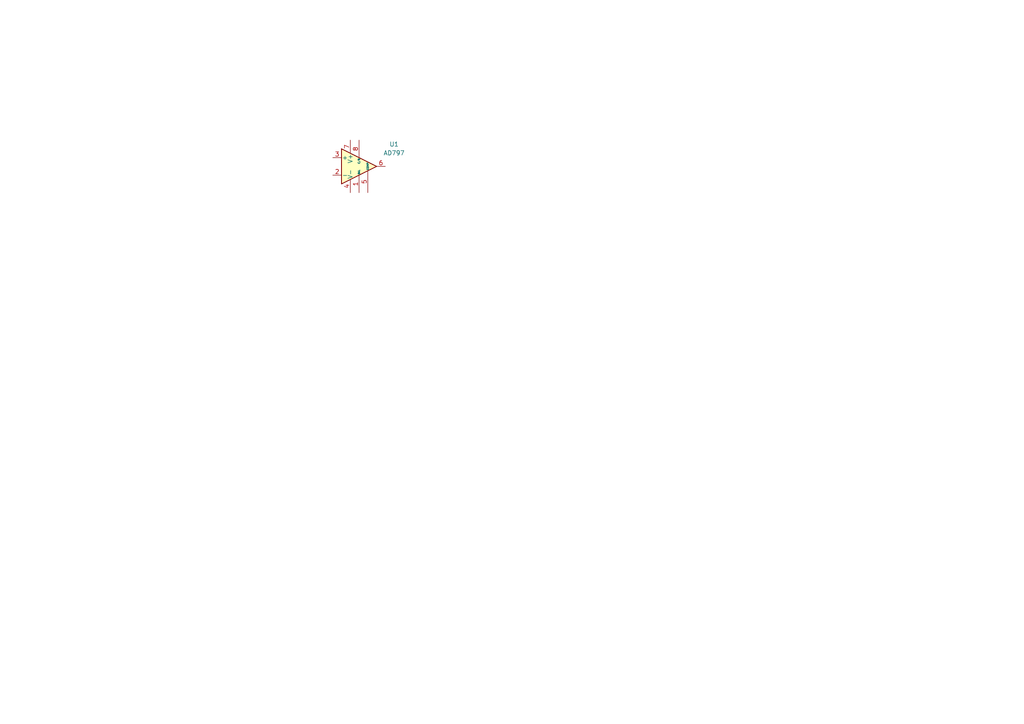
<source format=kicad_sch>
(kicad_sch (version 20250114) (generator "eeschema") (generator_version "9.0")
  (paper "A4")
  (lib_symbols
    (symbol "Amplifier_Operational:AD797" (pin_names (offset 0.127))
      (property "Reference" "U" (at 1.27 6.35 0))
      (property "Value" "AD797" (at 1.27 3.81 0))
      (symbol "AD797_0_1"
        (polyline (pts (xy -5.08 5.08) (xy 5.08 0) (xy -5.08 -5.08) (xy -5.08 5.08)) (stroke (width 0.254)) (fill (type background)))
      )
      (symbol "AD797_1_1"
        (pin input line (at -7.62 2.54 0) (length 2.54) (name "+") (number "3"))
        (pin input line (at -7.62 -2.54 0) (length 2.54) (name "-") (number "2"))
        (pin power_in line (at -2.54 7.62 270) (length 3.81) (name "V+") (number "7"))
        (pin power_in line (at -2.54 -7.62 90) (length 3.81) (name "V-") (number "4"))
        (pin input line (at 0 7.62 270) (length 5.08) (name "C/B") (number "8"))
        (pin input line (at 0 -7.62 90) (length 5.08) (name "BAL") (number "1"))
        (pin input line (at 2.54 -7.62 90) (length 6.35) (name "COMP") (number "5"))
        (pin output line (at 7.62 0 180) (length 2.54) (name "~") (number "6"))
      )
    )
  )
  (symbol (lib_id "Amplifier_Operational:AD797") (at 104.14 48.26 0) (unit 1)
    (property "Reference" "U1" (at 114.3 41.8398 0))
    (property "Value" "AD797" (at 114.3 44.3798 0))
    (property "Datasheet" "https://www.analog.com/media/en/technical-documentation/data-sheets/AD797.pdf" (effects (hide yes)))
    (property "Description" "Ultralow Distortion, Ultralow Noise Op Amp, DIP-8/SOIC-8" (effects (hide yes)))
  )
)
</source>
